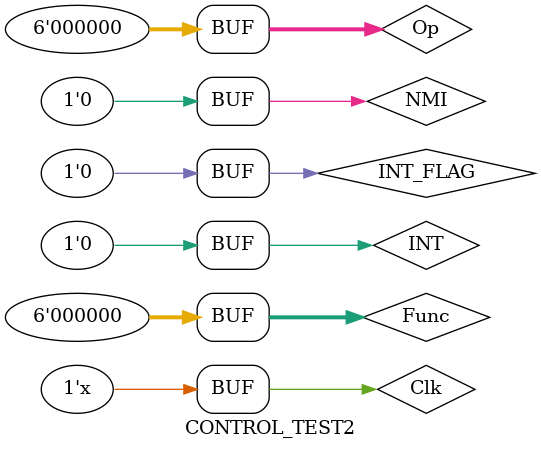
<source format=v>
`timescale 1ns / 1ps


module CONTROL_TEST2;

	// Inputs
	reg Clk;
	reg [5:0] Op;
	reg [5:0] Func;
	reg INT;
	reg NMI;
	reg INT_FLAG;

	// Outputs
	wire PCWrite;
	wire lorD;
	wire MemWrite;
	wire [1:0] MemtoReg;
	wire IRWrite;
	wire [2:0] PCSrc;
	wire [1:0] ALUOp;
	wire [1:0] ALUSrcB;
	wire ALUSrcA;
	wire RegWrite;
	wire [1:0] RegDst;
	wire Branch;
	wire [1:0] BRANCH_EQ_NQ;

	// Instantiate the Unit Under Test (UUT)
	Controller uut (
		.Clk(Clk), 
		.Op(Op), 
		.Func(Func), 
		.PCWrite(PCWrite), 
		.INT(INT), 
		.NMI(NMI), 
		.INT_FLAG(INT_FLAG), 
		.lorD(lorD), 
		.MemWrite(MemWrite), 
		.MemtoReg(MemtoReg), 
		.IRWrite(IRWrite), 
		.PCSrc(PCSrc), 
		.ALUOp(ALUOp), 
		.ALUSrcB(ALUSrcB), 
		.ALUSrcA(ALUSrcA), 
		.RegWrite(RegWrite), 
		.RegDst(RegDst), 
		.Branch(Branch), 
		.BRANCH_EQ_NQ(BRANCH_EQ_NQ)
	);

	initial begin
		// Initialize Inputs
		Clk = 0;
		Op = 0;
		Func = 0;
		INT = 0;
		NMI = 0;
		INT_FLAG = 0;
            
	

		// Wait 100 ns for global reset to finish
		#200;
	NMI=1;
	#50;
	NMI=0;
	#450;
	NMI=1;
	INT=1;
	#50;
	NMI=0;
	INT=0;
		// Add stimulus here

	end
	always 
	#100 Clk=~Clk;
		// Add stimulus here

endmodule


</source>
